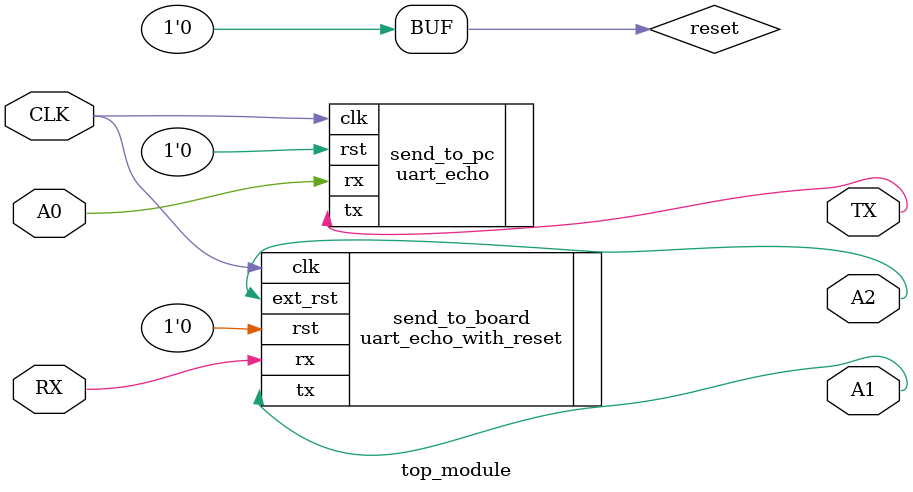
<source format=v>
`timescale 1ns / 1ps
module top_module (
	input wire CLK,
	input wire RX,
    input wire A0,
	output wire TX,
    output wire A1,
    output wire A2
);


`define SYSTEM_CLOCK 32000000
`define BAUD_RATE       115200

reg reset = 0;

uart_echo_with_reset send_to_board(
    .clk(CLK),
	.rst(reset),
	.rx(RX),
	.tx(A1),
    .ext_rst(A2)
);

uart_echo send_to_pc(
    .clk(CLK),
	.rst(reset),
	.rx(A0),
	.tx(TX)
);

endmodule

</source>
